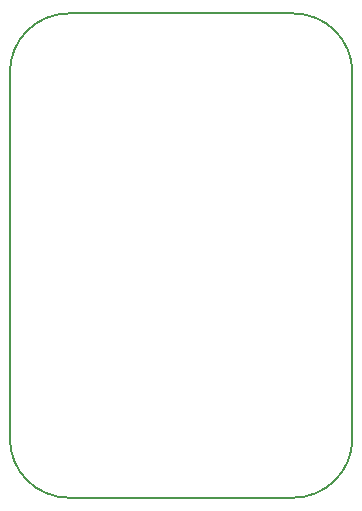
<source format=gko>
G04 Layer: BoardOutlineLayer*
G04 EasyEDA Pro v2.2.27.1, 2024-09-15 10:59:50*
G04 Gerber Generator version 0.3*
G04 Scale: 100 percent, Rotated: No, Reflected: No*
G04 Dimensions in millimeters*
G04 Leading zeros omitted, absolute positions, 3 integers and 5 decimals*
%TF.GenerationSoftware,KiCad,Pcbnew,8.0.5*%
%TF.CreationDate,2024-10-26T00:27:54+08:00*%
%TF.ProjectId,BISS0001_SOP-16_TH,42495353-3030-4303-915f-534f502d3136,rev?*%
%TF.SameCoordinates,Original*%
%TF.FileFunction,Profile,NP*%
%FSLAX46Y46*%
G04 Gerber Fmt 4.6, Leading zero omitted, Abs format (unit mm)*
G04 Created by KiCad (PCBNEW 8.0.5) date 2024-10-26 00:27:54*
%MOMM*%
%LPD*%
G01*
G04 APERTURE LIST*
%TA.AperFunction,Profile*%
%ADD10C,0.200000*%
%TD*%
G04 APERTURE END LIST*
D10*
X80000000Y-106000000D02*
G75*
G02*
X75000000Y-101000000I0J5000000D01*
G01*
X104000000Y-101000000D02*
G75*
G02*
X99000000Y-106000000I-5000000J0D01*
G01*
X75000000Y-70000000D02*
G75*
G02*
X80000000Y-65000000I5000000J0D01*
G01*
X99000000Y-65000000D02*
G75*
G02*
X104000000Y-70000000I0J-5000000D01*
G01*
X75000000Y-101000000D02*
X75000000Y-70000000D01*
X104000000Y-70000000D02*
X104000000Y-101000000D01*
X99000000Y-106000000D02*
X80000000Y-106000000D01*
X80000000Y-65000000D02*
X99000000Y-65000000D01*
M02*

</source>
